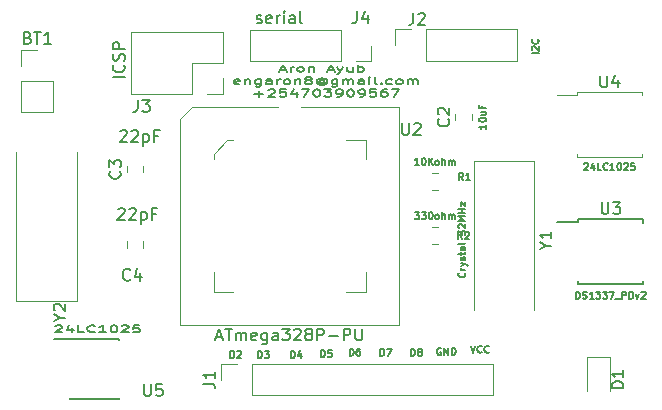
<source format=gto>
G04 #@! TF.GenerationSoftware,KiCad,Pcbnew,(5.1.5)-3*
G04 #@! TF.CreationDate,2020-12-01T08:40:21+03:00*
G04 #@! TF.ProjectId,project3_2layer,70726f6a-6563-4743-935f-326c61796572,1*
G04 #@! TF.SameCoordinates,Original*
G04 #@! TF.FileFunction,Legend,Top*
G04 #@! TF.FilePolarity,Positive*
%FSLAX46Y46*%
G04 Gerber Fmt 4.6, Leading zero omitted, Abs format (unit mm)*
G04 Created by KiCad (PCBNEW (5.1.5)-3) date 2020-12-01 08:40:21*
%MOMM*%
%LPD*%
G04 APERTURE LIST*
%ADD10C,0.150000*%
%ADD11C,0.120000*%
%ADD12C,0.100000*%
G04 APERTURE END LIST*
D10*
X117546928Y-126050000D02*
X118023119Y-126050000D01*
X117451690Y-126221428D02*
X117785023Y-125621428D01*
X118118357Y-126221428D01*
X118451690Y-126221428D02*
X118451690Y-125821428D01*
X118451690Y-125935714D02*
X118499309Y-125878571D01*
X118546928Y-125850000D01*
X118642166Y-125821428D01*
X118737404Y-125821428D01*
X119213595Y-126221428D02*
X119118357Y-126192857D01*
X119070738Y-126164285D01*
X119023119Y-126107142D01*
X119023119Y-125935714D01*
X119070738Y-125878571D01*
X119118357Y-125850000D01*
X119213595Y-125821428D01*
X119356452Y-125821428D01*
X119451690Y-125850000D01*
X119499309Y-125878571D01*
X119546928Y-125935714D01*
X119546928Y-126107142D01*
X119499309Y-126164285D01*
X119451690Y-126192857D01*
X119356452Y-126221428D01*
X119213595Y-126221428D01*
X119975500Y-125821428D02*
X119975500Y-126221428D01*
X119975500Y-125878571D02*
X120023119Y-125850000D01*
X120118357Y-125821428D01*
X120261214Y-125821428D01*
X120356452Y-125850000D01*
X120404071Y-125907142D01*
X120404071Y-126221428D01*
X121594547Y-126050000D02*
X122070738Y-126050000D01*
X121499309Y-126221428D02*
X121832642Y-125621428D01*
X122165976Y-126221428D01*
X122404071Y-125821428D02*
X122642166Y-126221428D01*
X122880261Y-125821428D02*
X122642166Y-126221428D01*
X122546928Y-126364285D01*
X122499309Y-126392857D01*
X122404071Y-126421428D01*
X123689785Y-125821428D02*
X123689785Y-126221428D01*
X123261214Y-125821428D02*
X123261214Y-126135714D01*
X123308833Y-126192857D01*
X123404071Y-126221428D01*
X123546928Y-126221428D01*
X123642166Y-126192857D01*
X123689785Y-126164285D01*
X124165976Y-126221428D02*
X124165976Y-125621428D01*
X124165976Y-125850000D02*
X124261214Y-125821428D01*
X124451690Y-125821428D01*
X124546928Y-125850000D01*
X124594547Y-125878571D01*
X124642166Y-125935714D01*
X124642166Y-126107142D01*
X124594547Y-126164285D01*
X124546928Y-126192857D01*
X124451690Y-126221428D01*
X124261214Y-126221428D01*
X124165976Y-126192857D01*
X114118357Y-127242857D02*
X114023119Y-127271428D01*
X113832642Y-127271428D01*
X113737404Y-127242857D01*
X113689785Y-127185714D01*
X113689785Y-126957142D01*
X113737404Y-126900000D01*
X113832642Y-126871428D01*
X114023119Y-126871428D01*
X114118357Y-126900000D01*
X114165976Y-126957142D01*
X114165976Y-127014285D01*
X113689785Y-127071428D01*
X114594547Y-126871428D02*
X114594547Y-127271428D01*
X114594547Y-126928571D02*
X114642166Y-126900000D01*
X114737404Y-126871428D01*
X114880261Y-126871428D01*
X114975500Y-126900000D01*
X115023119Y-126957142D01*
X115023119Y-127271428D01*
X115927880Y-126871428D02*
X115927880Y-127357142D01*
X115880261Y-127414285D01*
X115832642Y-127442857D01*
X115737404Y-127471428D01*
X115594547Y-127471428D01*
X115499309Y-127442857D01*
X115927880Y-127242857D02*
X115832642Y-127271428D01*
X115642166Y-127271428D01*
X115546928Y-127242857D01*
X115499309Y-127214285D01*
X115451690Y-127157142D01*
X115451690Y-126985714D01*
X115499309Y-126928571D01*
X115546928Y-126900000D01*
X115642166Y-126871428D01*
X115832642Y-126871428D01*
X115927880Y-126900000D01*
X116832642Y-127271428D02*
X116832642Y-126957142D01*
X116785023Y-126900000D01*
X116689785Y-126871428D01*
X116499309Y-126871428D01*
X116404071Y-126900000D01*
X116832642Y-127242857D02*
X116737404Y-127271428D01*
X116499309Y-127271428D01*
X116404071Y-127242857D01*
X116356452Y-127185714D01*
X116356452Y-127128571D01*
X116404071Y-127071428D01*
X116499309Y-127042857D01*
X116737404Y-127042857D01*
X116832642Y-127014285D01*
X117308833Y-127271428D02*
X117308833Y-126871428D01*
X117308833Y-126985714D02*
X117356452Y-126928571D01*
X117404071Y-126900000D01*
X117499309Y-126871428D01*
X117594547Y-126871428D01*
X118070738Y-127271428D02*
X117975500Y-127242857D01*
X117927880Y-127214285D01*
X117880261Y-127157142D01*
X117880261Y-126985714D01*
X117927880Y-126928571D01*
X117975500Y-126900000D01*
X118070738Y-126871428D01*
X118213595Y-126871428D01*
X118308833Y-126900000D01*
X118356452Y-126928571D01*
X118404071Y-126985714D01*
X118404071Y-127157142D01*
X118356452Y-127214285D01*
X118308833Y-127242857D01*
X118213595Y-127271428D01*
X118070738Y-127271428D01*
X118832642Y-126871428D02*
X118832642Y-127271428D01*
X118832642Y-126928571D02*
X118880261Y-126900000D01*
X118975500Y-126871428D01*
X119118357Y-126871428D01*
X119213595Y-126900000D01*
X119261214Y-126957142D01*
X119261214Y-127271428D01*
X119880261Y-126928571D02*
X119785023Y-126900000D01*
X119737404Y-126871428D01*
X119689785Y-126814285D01*
X119689785Y-126785714D01*
X119737404Y-126728571D01*
X119785023Y-126700000D01*
X119880261Y-126671428D01*
X120070738Y-126671428D01*
X120165976Y-126700000D01*
X120213595Y-126728571D01*
X120261214Y-126785714D01*
X120261214Y-126814285D01*
X120213595Y-126871428D01*
X120165976Y-126900000D01*
X120070738Y-126928571D01*
X119880261Y-126928571D01*
X119785023Y-126957142D01*
X119737404Y-126985714D01*
X119689785Y-127042857D01*
X119689785Y-127157142D01*
X119737404Y-127214285D01*
X119785023Y-127242857D01*
X119880261Y-127271428D01*
X120070738Y-127271428D01*
X120165976Y-127242857D01*
X120213595Y-127214285D01*
X120261214Y-127157142D01*
X120261214Y-127042857D01*
X120213595Y-126985714D01*
X120165976Y-126957142D01*
X120070738Y-126928571D01*
X121308833Y-126985714D02*
X121261214Y-126957142D01*
X121165976Y-126928571D01*
X121070738Y-126928571D01*
X120975500Y-126957142D01*
X120927880Y-126985714D01*
X120880261Y-127042857D01*
X120880261Y-127100000D01*
X120927880Y-127157142D01*
X120975500Y-127185714D01*
X121070738Y-127214285D01*
X121165976Y-127214285D01*
X121261214Y-127185714D01*
X121308833Y-127157142D01*
X121308833Y-126928571D02*
X121308833Y-127157142D01*
X121356452Y-127185714D01*
X121404071Y-127185714D01*
X121499309Y-127157142D01*
X121546928Y-127100000D01*
X121546928Y-126957142D01*
X121451690Y-126871428D01*
X121308833Y-126814285D01*
X121118357Y-126785714D01*
X120927880Y-126814285D01*
X120785023Y-126871428D01*
X120689785Y-126957142D01*
X120642166Y-127071428D01*
X120689785Y-127185714D01*
X120785023Y-127271428D01*
X120927880Y-127328571D01*
X121118357Y-127357142D01*
X121308833Y-127328571D01*
X121451690Y-127271428D01*
X122404071Y-126871428D02*
X122404071Y-127357142D01*
X122356452Y-127414285D01*
X122308833Y-127442857D01*
X122213595Y-127471428D01*
X122070738Y-127471428D01*
X121975500Y-127442857D01*
X122404071Y-127242857D02*
X122308833Y-127271428D01*
X122118357Y-127271428D01*
X122023119Y-127242857D01*
X121975500Y-127214285D01*
X121927880Y-127157142D01*
X121927880Y-126985714D01*
X121975500Y-126928571D01*
X122023119Y-126900000D01*
X122118357Y-126871428D01*
X122308833Y-126871428D01*
X122404071Y-126900000D01*
X122880261Y-127271428D02*
X122880261Y-126871428D01*
X122880261Y-126928571D02*
X122927880Y-126900000D01*
X123023119Y-126871428D01*
X123165976Y-126871428D01*
X123261214Y-126900000D01*
X123308833Y-126957142D01*
X123308833Y-127271428D01*
X123308833Y-126957142D02*
X123356452Y-126900000D01*
X123451690Y-126871428D01*
X123594547Y-126871428D01*
X123689785Y-126900000D01*
X123737404Y-126957142D01*
X123737404Y-127271428D01*
X124642166Y-127271428D02*
X124642166Y-126957142D01*
X124594547Y-126900000D01*
X124499309Y-126871428D01*
X124308833Y-126871428D01*
X124213595Y-126900000D01*
X124642166Y-127242857D02*
X124546928Y-127271428D01*
X124308833Y-127271428D01*
X124213595Y-127242857D01*
X124165976Y-127185714D01*
X124165976Y-127128571D01*
X124213595Y-127071428D01*
X124308833Y-127042857D01*
X124546928Y-127042857D01*
X124642166Y-127014285D01*
X125118357Y-127271428D02*
X125118357Y-126871428D01*
X125118357Y-126671428D02*
X125070738Y-126700000D01*
X125118357Y-126728571D01*
X125165976Y-126700000D01*
X125118357Y-126671428D01*
X125118357Y-126728571D01*
X125737404Y-127271428D02*
X125642166Y-127242857D01*
X125594547Y-127185714D01*
X125594547Y-126671428D01*
X126118357Y-127214285D02*
X126165976Y-127242857D01*
X126118357Y-127271428D01*
X126070738Y-127242857D01*
X126118357Y-127214285D01*
X126118357Y-127271428D01*
X127023119Y-127242857D02*
X126927880Y-127271428D01*
X126737404Y-127271428D01*
X126642166Y-127242857D01*
X126594547Y-127214285D01*
X126546928Y-127157142D01*
X126546928Y-126985714D01*
X126594547Y-126928571D01*
X126642166Y-126900000D01*
X126737404Y-126871428D01*
X126927880Y-126871428D01*
X127023119Y-126900000D01*
X127594547Y-127271428D02*
X127499309Y-127242857D01*
X127451690Y-127214285D01*
X127404071Y-127157142D01*
X127404071Y-126985714D01*
X127451690Y-126928571D01*
X127499309Y-126900000D01*
X127594547Y-126871428D01*
X127737404Y-126871428D01*
X127832642Y-126900000D01*
X127880261Y-126928571D01*
X127927880Y-126985714D01*
X127927880Y-127157142D01*
X127880261Y-127214285D01*
X127832642Y-127242857D01*
X127737404Y-127271428D01*
X127594547Y-127271428D01*
X128356452Y-127271428D02*
X128356452Y-126871428D01*
X128356452Y-126928571D02*
X128404071Y-126900000D01*
X128499309Y-126871428D01*
X128642166Y-126871428D01*
X128737404Y-126900000D01*
X128785023Y-126957142D01*
X128785023Y-127271428D01*
X128785023Y-126957142D02*
X128832642Y-126900000D01*
X128927880Y-126871428D01*
X129070738Y-126871428D01*
X129165976Y-126900000D01*
X129213595Y-126957142D01*
X129213595Y-127271428D01*
X115380261Y-128092857D02*
X116142166Y-128092857D01*
X115761214Y-128321428D02*
X115761214Y-127864285D01*
X116570738Y-127778571D02*
X116618357Y-127750000D01*
X116713595Y-127721428D01*
X116951690Y-127721428D01*
X117046928Y-127750000D01*
X117094547Y-127778571D01*
X117142166Y-127835714D01*
X117142166Y-127892857D01*
X117094547Y-127978571D01*
X116523119Y-128321428D01*
X117142166Y-128321428D01*
X118046928Y-127721428D02*
X117570738Y-127721428D01*
X117523119Y-128007142D01*
X117570738Y-127978571D01*
X117665976Y-127950000D01*
X117904071Y-127950000D01*
X117999309Y-127978571D01*
X118046928Y-128007142D01*
X118094547Y-128064285D01*
X118094547Y-128207142D01*
X118046928Y-128264285D01*
X117999309Y-128292857D01*
X117904071Y-128321428D01*
X117665976Y-128321428D01*
X117570738Y-128292857D01*
X117523119Y-128264285D01*
X118951690Y-127921428D02*
X118951690Y-128321428D01*
X118713595Y-127692857D02*
X118475500Y-128121428D01*
X119094547Y-128121428D01*
X119380261Y-127721428D02*
X120046928Y-127721428D01*
X119618357Y-128321428D01*
X120618357Y-127721428D02*
X120713595Y-127721428D01*
X120808833Y-127750000D01*
X120856452Y-127778571D01*
X120904071Y-127835714D01*
X120951690Y-127950000D01*
X120951690Y-128092857D01*
X120904071Y-128207142D01*
X120856452Y-128264285D01*
X120808833Y-128292857D01*
X120713595Y-128321428D01*
X120618357Y-128321428D01*
X120523119Y-128292857D01*
X120475500Y-128264285D01*
X120427880Y-128207142D01*
X120380261Y-128092857D01*
X120380261Y-127950000D01*
X120427880Y-127835714D01*
X120475500Y-127778571D01*
X120523119Y-127750000D01*
X120618357Y-127721428D01*
X121285023Y-127721428D02*
X121904071Y-127721428D01*
X121570738Y-127950000D01*
X121713595Y-127950000D01*
X121808833Y-127978571D01*
X121856452Y-128007142D01*
X121904071Y-128064285D01*
X121904071Y-128207142D01*
X121856452Y-128264285D01*
X121808833Y-128292857D01*
X121713595Y-128321428D01*
X121427880Y-128321428D01*
X121332642Y-128292857D01*
X121285023Y-128264285D01*
X122380261Y-128321428D02*
X122570738Y-128321428D01*
X122665976Y-128292857D01*
X122713595Y-128264285D01*
X122808833Y-128178571D01*
X122856452Y-128064285D01*
X122856452Y-127835714D01*
X122808833Y-127778571D01*
X122761214Y-127750000D01*
X122665976Y-127721428D01*
X122475500Y-127721428D01*
X122380261Y-127750000D01*
X122332642Y-127778571D01*
X122285023Y-127835714D01*
X122285023Y-127978571D01*
X122332642Y-128035714D01*
X122380261Y-128064285D01*
X122475500Y-128092857D01*
X122665976Y-128092857D01*
X122761214Y-128064285D01*
X122808833Y-128035714D01*
X122856452Y-127978571D01*
X123475500Y-127721428D02*
X123570738Y-127721428D01*
X123665976Y-127750000D01*
X123713595Y-127778571D01*
X123761214Y-127835714D01*
X123808833Y-127950000D01*
X123808833Y-128092857D01*
X123761214Y-128207142D01*
X123713595Y-128264285D01*
X123665976Y-128292857D01*
X123570738Y-128321428D01*
X123475500Y-128321428D01*
X123380261Y-128292857D01*
X123332642Y-128264285D01*
X123285023Y-128207142D01*
X123237404Y-128092857D01*
X123237404Y-127950000D01*
X123285023Y-127835714D01*
X123332642Y-127778571D01*
X123380261Y-127750000D01*
X123475500Y-127721428D01*
X124285023Y-128321428D02*
X124475500Y-128321428D01*
X124570738Y-128292857D01*
X124618357Y-128264285D01*
X124713595Y-128178571D01*
X124761214Y-128064285D01*
X124761214Y-127835714D01*
X124713595Y-127778571D01*
X124665976Y-127750000D01*
X124570738Y-127721428D01*
X124380261Y-127721428D01*
X124285023Y-127750000D01*
X124237404Y-127778571D01*
X124189785Y-127835714D01*
X124189785Y-127978571D01*
X124237404Y-128035714D01*
X124285023Y-128064285D01*
X124380261Y-128092857D01*
X124570738Y-128092857D01*
X124665976Y-128064285D01*
X124713595Y-128035714D01*
X124761214Y-127978571D01*
X125665976Y-127721428D02*
X125189785Y-127721428D01*
X125142166Y-128007142D01*
X125189785Y-127978571D01*
X125285023Y-127950000D01*
X125523119Y-127950000D01*
X125618357Y-127978571D01*
X125665976Y-128007142D01*
X125713595Y-128064285D01*
X125713595Y-128207142D01*
X125665976Y-128264285D01*
X125618357Y-128292857D01*
X125523119Y-128321428D01*
X125285023Y-128321428D01*
X125189785Y-128292857D01*
X125142166Y-128264285D01*
X126570738Y-127721428D02*
X126380261Y-127721428D01*
X126285023Y-127750000D01*
X126237404Y-127778571D01*
X126142166Y-127864285D01*
X126094547Y-127978571D01*
X126094547Y-128207142D01*
X126142166Y-128264285D01*
X126189785Y-128292857D01*
X126285023Y-128321428D01*
X126475500Y-128321428D01*
X126570738Y-128292857D01*
X126618357Y-128264285D01*
X126665976Y-128207142D01*
X126665976Y-128064285D01*
X126618357Y-128007142D01*
X126570738Y-127978571D01*
X126475500Y-127950000D01*
X126285023Y-127950000D01*
X126189785Y-127978571D01*
X126142166Y-128007142D01*
X126094547Y-128064285D01*
X126999309Y-127721428D02*
X127665976Y-127721428D01*
X127237404Y-128321428D01*
X133693000Y-149404428D02*
X133893000Y-150004428D01*
X134093000Y-149404428D01*
X134635857Y-149947285D02*
X134607285Y-149975857D01*
X134521571Y-150004428D01*
X134464428Y-150004428D01*
X134378714Y-149975857D01*
X134321571Y-149918714D01*
X134293000Y-149861571D01*
X134264428Y-149747285D01*
X134264428Y-149661571D01*
X134293000Y-149547285D01*
X134321571Y-149490142D01*
X134378714Y-149433000D01*
X134464428Y-149404428D01*
X134521571Y-149404428D01*
X134607285Y-149433000D01*
X134635857Y-149461571D01*
X135235857Y-149947285D02*
X135207285Y-149975857D01*
X135121571Y-150004428D01*
X135064428Y-150004428D01*
X134978714Y-149975857D01*
X134921571Y-149918714D01*
X134893000Y-149861571D01*
X134864428Y-149747285D01*
X134864428Y-149661571D01*
X134893000Y-149547285D01*
X134921571Y-149490142D01*
X134978714Y-149433000D01*
X135064428Y-149404428D01*
X135121571Y-149404428D01*
X135207285Y-149433000D01*
X135235857Y-149461571D01*
X131178357Y-149623500D02*
X131121214Y-149594928D01*
X131035500Y-149594928D01*
X130949785Y-149623500D01*
X130892642Y-149680642D01*
X130864071Y-149737785D01*
X130835500Y-149852071D01*
X130835500Y-149937785D01*
X130864071Y-150052071D01*
X130892642Y-150109214D01*
X130949785Y-150166357D01*
X131035500Y-150194928D01*
X131092642Y-150194928D01*
X131178357Y-150166357D01*
X131206928Y-150137785D01*
X131206928Y-149937785D01*
X131092642Y-149937785D01*
X131464071Y-150194928D02*
X131464071Y-149594928D01*
X131806928Y-150194928D01*
X131806928Y-149594928D01*
X132092642Y-150194928D02*
X132092642Y-149594928D01*
X132235500Y-149594928D01*
X132321214Y-149623500D01*
X132378357Y-149680642D01*
X132406928Y-149737785D01*
X132435500Y-149852071D01*
X132435500Y-149937785D01*
X132406928Y-150052071D01*
X132378357Y-150109214D01*
X132321214Y-150166357D01*
X132235500Y-150194928D01*
X132092642Y-150194928D01*
X128652642Y-150258428D02*
X128652642Y-149658428D01*
X128795500Y-149658428D01*
X128881214Y-149687000D01*
X128938357Y-149744142D01*
X128966928Y-149801285D01*
X128995500Y-149915571D01*
X128995500Y-150001285D01*
X128966928Y-150115571D01*
X128938357Y-150172714D01*
X128881214Y-150229857D01*
X128795500Y-150258428D01*
X128652642Y-150258428D01*
X129338357Y-149915571D02*
X129281214Y-149887000D01*
X129252642Y-149858428D01*
X129224071Y-149801285D01*
X129224071Y-149772714D01*
X129252642Y-149715571D01*
X129281214Y-149687000D01*
X129338357Y-149658428D01*
X129452642Y-149658428D01*
X129509785Y-149687000D01*
X129538357Y-149715571D01*
X129566928Y-149772714D01*
X129566928Y-149801285D01*
X129538357Y-149858428D01*
X129509785Y-149887000D01*
X129452642Y-149915571D01*
X129338357Y-149915571D01*
X129281214Y-149944142D01*
X129252642Y-149972714D01*
X129224071Y-150029857D01*
X129224071Y-150144142D01*
X129252642Y-150201285D01*
X129281214Y-150229857D01*
X129338357Y-150258428D01*
X129452642Y-150258428D01*
X129509785Y-150229857D01*
X129538357Y-150201285D01*
X129566928Y-150144142D01*
X129566928Y-150029857D01*
X129538357Y-149972714D01*
X129509785Y-149944142D01*
X129452642Y-149915571D01*
X126049142Y-150258428D02*
X126049142Y-149658428D01*
X126192000Y-149658428D01*
X126277714Y-149687000D01*
X126334857Y-149744142D01*
X126363428Y-149801285D01*
X126392000Y-149915571D01*
X126392000Y-150001285D01*
X126363428Y-150115571D01*
X126334857Y-150172714D01*
X126277714Y-150229857D01*
X126192000Y-150258428D01*
X126049142Y-150258428D01*
X126592000Y-149658428D02*
X126992000Y-149658428D01*
X126734857Y-150258428D01*
X123445642Y-150258428D02*
X123445642Y-149658428D01*
X123588500Y-149658428D01*
X123674214Y-149687000D01*
X123731357Y-149744142D01*
X123759928Y-149801285D01*
X123788500Y-149915571D01*
X123788500Y-150001285D01*
X123759928Y-150115571D01*
X123731357Y-150172714D01*
X123674214Y-150229857D01*
X123588500Y-150258428D01*
X123445642Y-150258428D01*
X124302785Y-149658428D02*
X124188500Y-149658428D01*
X124131357Y-149687000D01*
X124102785Y-149715571D01*
X124045642Y-149801285D01*
X124017071Y-149915571D01*
X124017071Y-150144142D01*
X124045642Y-150201285D01*
X124074214Y-150229857D01*
X124131357Y-150258428D01*
X124245642Y-150258428D01*
X124302785Y-150229857D01*
X124331357Y-150201285D01*
X124359928Y-150144142D01*
X124359928Y-150001285D01*
X124331357Y-149944142D01*
X124302785Y-149915571D01*
X124245642Y-149887000D01*
X124131357Y-149887000D01*
X124074214Y-149915571D01*
X124045642Y-149944142D01*
X124017071Y-150001285D01*
X121032642Y-150385428D02*
X121032642Y-149785428D01*
X121175500Y-149785428D01*
X121261214Y-149814000D01*
X121318357Y-149871142D01*
X121346928Y-149928285D01*
X121375500Y-150042571D01*
X121375500Y-150128285D01*
X121346928Y-150242571D01*
X121318357Y-150299714D01*
X121261214Y-150356857D01*
X121175500Y-150385428D01*
X121032642Y-150385428D01*
X121918357Y-149785428D02*
X121632642Y-149785428D01*
X121604071Y-150071142D01*
X121632642Y-150042571D01*
X121689785Y-150014000D01*
X121832642Y-150014000D01*
X121889785Y-150042571D01*
X121918357Y-150071142D01*
X121946928Y-150128285D01*
X121946928Y-150271142D01*
X121918357Y-150328285D01*
X121889785Y-150356857D01*
X121832642Y-150385428D01*
X121689785Y-150385428D01*
X121632642Y-150356857D01*
X121604071Y-150328285D01*
X118492642Y-150448928D02*
X118492642Y-149848928D01*
X118635500Y-149848928D01*
X118721214Y-149877500D01*
X118778357Y-149934642D01*
X118806928Y-149991785D01*
X118835500Y-150106071D01*
X118835500Y-150191785D01*
X118806928Y-150306071D01*
X118778357Y-150363214D01*
X118721214Y-150420357D01*
X118635500Y-150448928D01*
X118492642Y-150448928D01*
X119349785Y-150048928D02*
X119349785Y-150448928D01*
X119206928Y-149820357D02*
X119064071Y-150248928D01*
X119435500Y-150248928D01*
X115698642Y-150448928D02*
X115698642Y-149848928D01*
X115841500Y-149848928D01*
X115927214Y-149877500D01*
X115984357Y-149934642D01*
X116012928Y-149991785D01*
X116041500Y-150106071D01*
X116041500Y-150191785D01*
X116012928Y-150306071D01*
X115984357Y-150363214D01*
X115927214Y-150420357D01*
X115841500Y-150448928D01*
X115698642Y-150448928D01*
X116241500Y-149848928D02*
X116612928Y-149848928D01*
X116412928Y-150077500D01*
X116498642Y-150077500D01*
X116555785Y-150106071D01*
X116584357Y-150134642D01*
X116612928Y-150191785D01*
X116612928Y-150334642D01*
X116584357Y-150391785D01*
X116555785Y-150420357D01*
X116498642Y-150448928D01*
X116327214Y-150448928D01*
X116270071Y-150420357D01*
X116241500Y-150391785D01*
X113349142Y-150448928D02*
X113349142Y-149848928D01*
X113492000Y-149848928D01*
X113577714Y-149877500D01*
X113634857Y-149934642D01*
X113663428Y-149991785D01*
X113692000Y-150106071D01*
X113692000Y-150191785D01*
X113663428Y-150306071D01*
X113634857Y-150363214D01*
X113577714Y-150420357D01*
X113492000Y-150448928D01*
X113349142Y-150448928D01*
X113920571Y-149906071D02*
X113949142Y-149877500D01*
X114006285Y-149848928D01*
X114149142Y-149848928D01*
X114206285Y-149877500D01*
X114234857Y-149906071D01*
X114263428Y-149963214D01*
X114263428Y-150020357D01*
X114234857Y-150106071D01*
X113892000Y-150448928D01*
X114263428Y-150448928D01*
D11*
X112709000Y-126746000D02*
X112709000Y-128076000D01*
X112709000Y-128076000D02*
X111379000Y-128076000D01*
X112709000Y-125476000D02*
X110109000Y-125476000D01*
X110109000Y-125476000D02*
X110109000Y-128076000D01*
X110109000Y-128076000D02*
X104969000Y-128076000D01*
X104969000Y-122876000D02*
X104969000Y-128076000D01*
X112709000Y-122876000D02*
X104969000Y-122876000D01*
X112709000Y-122876000D02*
X112709000Y-125476000D01*
X125282000Y-124002000D02*
X125282000Y-125332000D01*
X125282000Y-125332000D02*
X123952000Y-125332000D01*
X122682000Y-125332000D02*
X115002000Y-125332000D01*
X115002000Y-122672000D02*
X115002000Y-125332000D01*
X122682000Y-122672000D02*
X115002000Y-122672000D01*
X122682000Y-122672000D02*
X122682000Y-125332000D01*
X127321000Y-123952000D02*
X127321000Y-122622000D01*
X127321000Y-122622000D02*
X128651000Y-122622000D01*
X129921000Y-122622000D02*
X137601000Y-122622000D01*
X137601000Y-125282000D02*
X137601000Y-122622000D01*
X129921000Y-125282000D02*
X137601000Y-125282000D01*
X129921000Y-125282000D02*
X129921000Y-122622000D01*
X112580000Y-152284000D02*
X112580000Y-150954000D01*
X112580000Y-150954000D02*
X113910000Y-150954000D01*
X115180000Y-150954000D02*
X135560000Y-150954000D01*
X135560000Y-153614000D02*
X135560000Y-150954000D01*
X115180000Y-153614000D02*
X135560000Y-153614000D01*
X115180000Y-153614000D02*
X115180000Y-150954000D01*
X100340000Y-145638000D02*
X100340000Y-133038000D01*
X95240000Y-145638000D02*
X100340000Y-145638000D01*
X95240000Y-133038000D02*
X95240000Y-145638000D01*
X133975000Y-133762000D02*
X133975000Y-146362000D01*
X139075000Y-133762000D02*
X133975000Y-133762000D01*
X139075000Y-146362000D02*
X139075000Y-133762000D01*
D10*
X99779000Y-148809000D02*
X99779000Y-148859000D01*
X103929000Y-148809000D02*
X103929000Y-148954000D01*
X103929000Y-153959000D02*
X103929000Y-153814000D01*
X99779000Y-153959000D02*
X99779000Y-153814000D01*
X99779000Y-148809000D02*
X103929000Y-148809000D01*
X99779000Y-153959000D02*
X103929000Y-153959000D01*
X99779000Y-148859000D02*
X98379000Y-148859000D01*
D11*
X142694500Y-128218000D02*
X141042000Y-128218000D01*
X142694500Y-127935500D02*
X142694500Y-128218000D01*
X145442000Y-127935500D02*
X142694500Y-127935500D01*
X148189500Y-127935500D02*
X148189500Y-128218000D01*
X145442000Y-127935500D02*
X148189500Y-127935500D01*
X142694500Y-133430500D02*
X142694500Y-133148000D01*
X145442000Y-133430500D02*
X142694500Y-133430500D01*
X148189500Y-133430500D02*
X148189500Y-133148000D01*
X145442000Y-133430500D02*
X148189500Y-133430500D01*
D10*
X142792000Y-138928000D02*
X141042000Y-138928000D01*
X142792000Y-144233000D02*
X148292000Y-144233000D01*
X142792000Y-138723000D02*
X148292000Y-138723000D01*
X142792000Y-144233000D02*
X142792000Y-143933000D01*
X148292000Y-144233000D02*
X148292000Y-143933000D01*
X148292000Y-138723000D02*
X148292000Y-139023000D01*
X142792000Y-138723000D02*
X142792000Y-138928000D01*
D12*
X124799000Y-144865000D02*
X124799000Y-143215000D01*
X123149000Y-144865000D02*
X124799000Y-144865000D01*
X111929000Y-144865000D02*
X111929000Y-143215000D01*
X113579000Y-144865000D02*
X111929000Y-144865000D01*
X124799000Y-131995000D02*
X124799000Y-133645000D01*
X123149000Y-131995000D02*
X124799000Y-131995000D01*
X111929000Y-133145000D02*
X111929000Y-133645000D01*
X113079000Y-131995000D02*
X111929000Y-133145000D01*
X113579000Y-131995000D02*
X113079000Y-131995000D01*
D11*
X127604000Y-129190000D02*
X119364000Y-129190000D01*
X127604000Y-147670000D02*
X127604000Y-129190000D01*
X109124000Y-147670000D02*
X127604000Y-147670000D01*
X109124000Y-130190000D02*
X109124000Y-147670000D01*
X110124000Y-129190000D02*
X109124000Y-130190000D01*
X117364000Y-129190000D02*
X110124000Y-129190000D01*
X130399748Y-140791000D02*
X130922252Y-140791000D01*
X130399748Y-139371000D02*
X130922252Y-139371000D01*
X130922252Y-134799000D02*
X130399748Y-134799000D01*
X130922252Y-136219000D02*
X130399748Y-136219000D01*
X145486000Y-153273000D02*
X145486000Y-150413000D01*
X145486000Y-150413000D02*
X143566000Y-150413000D01*
X143566000Y-150413000D02*
X143566000Y-153273000D01*
X104573000Y-140581748D02*
X104573000Y-141104252D01*
X105993000Y-140581748D02*
X105993000Y-141104252D01*
X105993000Y-134745252D02*
X105993000Y-134222748D01*
X104573000Y-134745252D02*
X104573000Y-134222748D01*
X133795000Y-130309252D02*
X133795000Y-129786748D01*
X132375000Y-130309252D02*
X132375000Y-129786748D01*
X95660000Y-124400000D02*
X96990000Y-124400000D01*
X95660000Y-125730000D02*
X95660000Y-124400000D01*
X95660000Y-127000000D02*
X98320000Y-127000000D01*
X98320000Y-127000000D02*
X98320000Y-129600000D01*
X95660000Y-127000000D02*
X95660000Y-129600000D01*
X95660000Y-129600000D02*
X98320000Y-129600000D01*
D10*
X105521166Y-128611380D02*
X105521166Y-129325666D01*
X105473547Y-129468523D01*
X105378309Y-129563761D01*
X105235452Y-129611380D01*
X105140214Y-129611380D01*
X105902119Y-128611380D02*
X106521166Y-128611380D01*
X106187833Y-128992333D01*
X106330690Y-128992333D01*
X106425928Y-129039952D01*
X106473547Y-129087571D01*
X106521166Y-129182809D01*
X106521166Y-129420904D01*
X106473547Y-129516142D01*
X106425928Y-129563761D01*
X106330690Y-129611380D01*
X106044976Y-129611380D01*
X105949738Y-129563761D01*
X105902119Y-129516142D01*
X104401880Y-126698190D02*
X103401880Y-126698190D01*
X104306642Y-125650571D02*
X104354261Y-125698190D01*
X104401880Y-125841047D01*
X104401880Y-125936285D01*
X104354261Y-126079142D01*
X104259023Y-126174380D01*
X104163785Y-126222000D01*
X103973309Y-126269619D01*
X103830452Y-126269619D01*
X103639976Y-126222000D01*
X103544738Y-126174380D01*
X103449500Y-126079142D01*
X103401880Y-125936285D01*
X103401880Y-125841047D01*
X103449500Y-125698190D01*
X103497119Y-125650571D01*
X104354261Y-125269619D02*
X104401880Y-125126761D01*
X104401880Y-124888666D01*
X104354261Y-124793428D01*
X104306642Y-124745809D01*
X104211404Y-124698190D01*
X104116166Y-124698190D01*
X104020928Y-124745809D01*
X103973309Y-124793428D01*
X103925690Y-124888666D01*
X103878071Y-125079142D01*
X103830452Y-125174380D01*
X103782833Y-125222000D01*
X103687595Y-125269619D01*
X103592357Y-125269619D01*
X103497119Y-125222000D01*
X103449500Y-125174380D01*
X103401880Y-125079142D01*
X103401880Y-124841047D01*
X103449500Y-124698190D01*
X104401880Y-124269619D02*
X103401880Y-124269619D01*
X103401880Y-123888666D01*
X103449500Y-123793428D01*
X103497119Y-123745809D01*
X103592357Y-123698190D01*
X103735214Y-123698190D01*
X103830452Y-123745809D01*
X103878071Y-123793428D01*
X103925690Y-123888666D01*
X103925690Y-124269619D01*
X124063166Y-121118380D02*
X124063166Y-121832666D01*
X124015547Y-121975523D01*
X123920309Y-122070761D01*
X123777452Y-122118380D01*
X123682214Y-122118380D01*
X124967928Y-121451714D02*
X124967928Y-122118380D01*
X124729833Y-121070761D02*
X124491738Y-121785047D01*
X125110785Y-121785047D01*
X115570238Y-122070761D02*
X115665476Y-122118380D01*
X115855952Y-122118380D01*
X115951190Y-122070761D01*
X115998809Y-121975523D01*
X115998809Y-121927904D01*
X115951190Y-121832666D01*
X115855952Y-121785047D01*
X115713095Y-121785047D01*
X115617857Y-121737428D01*
X115570238Y-121642190D01*
X115570238Y-121594571D01*
X115617857Y-121499333D01*
X115713095Y-121451714D01*
X115855952Y-121451714D01*
X115951190Y-121499333D01*
X116808333Y-122070761D02*
X116713095Y-122118380D01*
X116522619Y-122118380D01*
X116427380Y-122070761D01*
X116379761Y-121975523D01*
X116379761Y-121594571D01*
X116427380Y-121499333D01*
X116522619Y-121451714D01*
X116713095Y-121451714D01*
X116808333Y-121499333D01*
X116855952Y-121594571D01*
X116855952Y-121689809D01*
X116379761Y-121785047D01*
X117284523Y-122118380D02*
X117284523Y-121451714D01*
X117284523Y-121642190D02*
X117332142Y-121546952D01*
X117379761Y-121499333D01*
X117475000Y-121451714D01*
X117570238Y-121451714D01*
X117903571Y-122118380D02*
X117903571Y-121451714D01*
X117903571Y-121118380D02*
X117855952Y-121166000D01*
X117903571Y-121213619D01*
X117951190Y-121166000D01*
X117903571Y-121118380D01*
X117903571Y-121213619D01*
X118808333Y-122118380D02*
X118808333Y-121594571D01*
X118760714Y-121499333D01*
X118665476Y-121451714D01*
X118475000Y-121451714D01*
X118379761Y-121499333D01*
X118808333Y-122070761D02*
X118713095Y-122118380D01*
X118475000Y-122118380D01*
X118379761Y-122070761D01*
X118332142Y-121975523D01*
X118332142Y-121880285D01*
X118379761Y-121785047D01*
X118475000Y-121737428D01*
X118713095Y-121737428D01*
X118808333Y-121689809D01*
X119427380Y-122118380D02*
X119332142Y-122070761D01*
X119284523Y-121975523D01*
X119284523Y-121118380D01*
X128825666Y-121245380D02*
X128825666Y-121959666D01*
X128778047Y-122102523D01*
X128682809Y-122197761D01*
X128539952Y-122245380D01*
X128444714Y-122245380D01*
X129254238Y-121340619D02*
X129301857Y-121293000D01*
X129397095Y-121245380D01*
X129635190Y-121245380D01*
X129730428Y-121293000D01*
X129778047Y-121340619D01*
X129825666Y-121435857D01*
X129825666Y-121531095D01*
X129778047Y-121673952D01*
X129206619Y-122245380D01*
X129825666Y-122245380D01*
X139463428Y-124664714D02*
X138863428Y-124664714D01*
X138920571Y-124407571D02*
X138892000Y-124379000D01*
X138863428Y-124321857D01*
X138863428Y-124179000D01*
X138892000Y-124121857D01*
X138920571Y-124093285D01*
X138977714Y-124064714D01*
X139034857Y-124064714D01*
X139120571Y-124093285D01*
X139463428Y-124436142D01*
X139463428Y-124064714D01*
X139406285Y-123464714D02*
X139434857Y-123493285D01*
X139463428Y-123579000D01*
X139463428Y-123636142D01*
X139434857Y-123721857D01*
X139377714Y-123779000D01*
X139320571Y-123807571D01*
X139206285Y-123836142D01*
X139120571Y-123836142D01*
X139006285Y-123807571D01*
X138949142Y-123779000D01*
X138892000Y-123721857D01*
X138863428Y-123636142D01*
X138863428Y-123579000D01*
X138892000Y-123493285D01*
X138920571Y-123464714D01*
X111032380Y-152617333D02*
X111746666Y-152617333D01*
X111889523Y-152664952D01*
X111984761Y-152760190D01*
X112032380Y-152903047D01*
X112032380Y-152998285D01*
X112032380Y-151617333D02*
X112032380Y-152188761D01*
X112032380Y-151903047D02*
X111032380Y-151903047D01*
X111175238Y-151998285D01*
X111270476Y-152093523D01*
X111318095Y-152188761D01*
X98909190Y-147034190D02*
X99385380Y-147034190D01*
X98385380Y-147367523D02*
X98909190Y-147034190D01*
X98385380Y-146700857D01*
X98480619Y-146415142D02*
X98433000Y-146367523D01*
X98385380Y-146272285D01*
X98385380Y-146034190D01*
X98433000Y-145938952D01*
X98480619Y-145891333D01*
X98575857Y-145843714D01*
X98671095Y-145843714D01*
X98813952Y-145891333D01*
X99385380Y-146462761D01*
X99385380Y-145843714D01*
X140051190Y-140938190D02*
X140527380Y-140938190D01*
X139527380Y-141271523D02*
X140051190Y-140938190D01*
X139527380Y-140604857D01*
X140527380Y-139747714D02*
X140527380Y-140319142D01*
X140527380Y-140033428D02*
X139527380Y-140033428D01*
X139670238Y-140128666D01*
X139765476Y-140223904D01*
X139813095Y-140319142D01*
X133189285Y-143233428D02*
X133217857Y-143262000D01*
X133246428Y-143347714D01*
X133246428Y-143404857D01*
X133217857Y-143490571D01*
X133160714Y-143547714D01*
X133103571Y-143576285D01*
X132989285Y-143604857D01*
X132903571Y-143604857D01*
X132789285Y-143576285D01*
X132732142Y-143547714D01*
X132675000Y-143490571D01*
X132646428Y-143404857D01*
X132646428Y-143347714D01*
X132675000Y-143262000D01*
X132703571Y-143233428D01*
X133246428Y-142976285D02*
X132846428Y-142976285D01*
X132960714Y-142976285D02*
X132903571Y-142947714D01*
X132875000Y-142919142D01*
X132846428Y-142862000D01*
X132846428Y-142804857D01*
X132846428Y-142662000D02*
X133246428Y-142519142D01*
X132846428Y-142376285D02*
X133246428Y-142519142D01*
X133389285Y-142576285D01*
X133417857Y-142604857D01*
X133446428Y-142662000D01*
X133217857Y-142176285D02*
X133246428Y-142119142D01*
X133246428Y-142004857D01*
X133217857Y-141947714D01*
X133160714Y-141919142D01*
X133132142Y-141919142D01*
X133075000Y-141947714D01*
X133046428Y-142004857D01*
X133046428Y-142090571D01*
X133017857Y-142147714D01*
X132960714Y-142176285D01*
X132932142Y-142176285D01*
X132875000Y-142147714D01*
X132846428Y-142090571D01*
X132846428Y-142004857D01*
X132875000Y-141947714D01*
X132846428Y-141747714D02*
X132846428Y-141519142D01*
X132646428Y-141662000D02*
X133160714Y-141662000D01*
X133217857Y-141633428D01*
X133246428Y-141576285D01*
X133246428Y-141519142D01*
X133246428Y-141062000D02*
X132932142Y-141062000D01*
X132875000Y-141090571D01*
X132846428Y-141147714D01*
X132846428Y-141262000D01*
X132875000Y-141319142D01*
X133217857Y-141062000D02*
X133246428Y-141119142D01*
X133246428Y-141262000D01*
X133217857Y-141319142D01*
X133160714Y-141347714D01*
X133103571Y-141347714D01*
X133046428Y-141319142D01*
X133017857Y-141262000D01*
X133017857Y-141119142D01*
X132989285Y-141062000D01*
X133246428Y-140690571D02*
X133217857Y-140747714D01*
X133160714Y-140776285D01*
X132646428Y-140776285D01*
X132646428Y-140062000D02*
X132646428Y-139690571D01*
X132875000Y-139890571D01*
X132875000Y-139804857D01*
X132903571Y-139747714D01*
X132932142Y-139719142D01*
X132989285Y-139690571D01*
X133132142Y-139690571D01*
X133189285Y-139719142D01*
X133217857Y-139747714D01*
X133246428Y-139804857D01*
X133246428Y-139976285D01*
X133217857Y-140033428D01*
X133189285Y-140062000D01*
X132703571Y-139462000D02*
X132675000Y-139433428D01*
X132646428Y-139376285D01*
X132646428Y-139233428D01*
X132675000Y-139176285D01*
X132703571Y-139147714D01*
X132760714Y-139119142D01*
X132817857Y-139119142D01*
X132903571Y-139147714D01*
X133246428Y-139490571D01*
X133246428Y-139119142D01*
X133246428Y-138862000D02*
X132646428Y-138862000D01*
X133075000Y-138662000D01*
X132646428Y-138462000D01*
X133246428Y-138462000D01*
X133246428Y-138176285D02*
X132646428Y-138176285D01*
X132932142Y-138176285D02*
X132932142Y-137833428D01*
X133246428Y-137833428D02*
X132646428Y-137833428D01*
X132846428Y-137604857D02*
X132846428Y-137290571D01*
X133246428Y-137604857D01*
X133246428Y-137290571D01*
X106045095Y-152677880D02*
X106045095Y-153487404D01*
X106092714Y-153582642D01*
X106140333Y-153630261D01*
X106235571Y-153677880D01*
X106426047Y-153677880D01*
X106521285Y-153630261D01*
X106568904Y-153582642D01*
X106616523Y-153487404D01*
X106616523Y-152677880D01*
X107568904Y-152677880D02*
X107092714Y-152677880D01*
X107045095Y-153154071D01*
X107092714Y-153106452D01*
X107187952Y-153058833D01*
X107426047Y-153058833D01*
X107521285Y-153106452D01*
X107568904Y-153154071D01*
X107616523Y-153249309D01*
X107616523Y-153487404D01*
X107568904Y-153582642D01*
X107521285Y-153630261D01*
X107426047Y-153677880D01*
X107187952Y-153677880D01*
X107092714Y-153630261D01*
X107045095Y-153582642D01*
X98536571Y-147747071D02*
X98584190Y-147718500D01*
X98679428Y-147689928D01*
X98917523Y-147689928D01*
X99012761Y-147718500D01*
X99060380Y-147747071D01*
X99108000Y-147804214D01*
X99108000Y-147861357D01*
X99060380Y-147947071D01*
X98488952Y-148289928D01*
X99108000Y-148289928D01*
X99965142Y-147889928D02*
X99965142Y-148289928D01*
X99727047Y-147661357D02*
X99488952Y-148089928D01*
X100108000Y-148089928D01*
X100965142Y-148289928D02*
X100488952Y-148289928D01*
X100488952Y-147689928D01*
X101869904Y-148232785D02*
X101822285Y-148261357D01*
X101679428Y-148289928D01*
X101584190Y-148289928D01*
X101441333Y-148261357D01*
X101346095Y-148204214D01*
X101298476Y-148147071D01*
X101250857Y-148032785D01*
X101250857Y-147947071D01*
X101298476Y-147832785D01*
X101346095Y-147775642D01*
X101441333Y-147718500D01*
X101584190Y-147689928D01*
X101679428Y-147689928D01*
X101822285Y-147718500D01*
X101869904Y-147747071D01*
X102822285Y-148289928D02*
X102250857Y-148289928D01*
X102536571Y-148289928D02*
X102536571Y-147689928D01*
X102441333Y-147775642D01*
X102346095Y-147832785D01*
X102250857Y-147861357D01*
X103441333Y-147689928D02*
X103536571Y-147689928D01*
X103631809Y-147718500D01*
X103679428Y-147747071D01*
X103727047Y-147804214D01*
X103774666Y-147918500D01*
X103774666Y-148061357D01*
X103727047Y-148175642D01*
X103679428Y-148232785D01*
X103631809Y-148261357D01*
X103536571Y-148289928D01*
X103441333Y-148289928D01*
X103346095Y-148261357D01*
X103298476Y-148232785D01*
X103250857Y-148175642D01*
X103203238Y-148061357D01*
X103203238Y-147918500D01*
X103250857Y-147804214D01*
X103298476Y-147747071D01*
X103346095Y-147718500D01*
X103441333Y-147689928D01*
X104155619Y-147747071D02*
X104203238Y-147718500D01*
X104298476Y-147689928D01*
X104536571Y-147689928D01*
X104631809Y-147718500D01*
X104679428Y-147747071D01*
X104727047Y-147804214D01*
X104727047Y-147861357D01*
X104679428Y-147947071D01*
X104108000Y-148289928D01*
X104727047Y-148289928D01*
X105631809Y-147689928D02*
X105155619Y-147689928D01*
X105108000Y-147975642D01*
X105155619Y-147947071D01*
X105250857Y-147918500D01*
X105488952Y-147918500D01*
X105584190Y-147947071D01*
X105631809Y-147975642D01*
X105679428Y-148032785D01*
X105679428Y-148175642D01*
X105631809Y-148232785D01*
X105584190Y-148261357D01*
X105488952Y-148289928D01*
X105250857Y-148289928D01*
X105155619Y-148261357D01*
X105108000Y-148232785D01*
X144680095Y-126545380D02*
X144680095Y-127354904D01*
X144727714Y-127450142D01*
X144775333Y-127497761D01*
X144870571Y-127545380D01*
X145061047Y-127545380D01*
X145156285Y-127497761D01*
X145203904Y-127450142D01*
X145251523Y-127354904D01*
X145251523Y-126545380D01*
X146156285Y-126878714D02*
X146156285Y-127545380D01*
X145918190Y-126497761D02*
X145680095Y-127212047D01*
X146299142Y-127212047D01*
X143299142Y-134001571D02*
X143327714Y-133973000D01*
X143384857Y-133944428D01*
X143527714Y-133944428D01*
X143584857Y-133973000D01*
X143613428Y-134001571D01*
X143642000Y-134058714D01*
X143642000Y-134115857D01*
X143613428Y-134201571D01*
X143270571Y-134544428D01*
X143642000Y-134544428D01*
X144156285Y-134144428D02*
X144156285Y-134544428D01*
X144013428Y-133915857D02*
X143870571Y-134344428D01*
X144242000Y-134344428D01*
X144756285Y-134544428D02*
X144470571Y-134544428D01*
X144470571Y-133944428D01*
X145299142Y-134487285D02*
X145270571Y-134515857D01*
X145184857Y-134544428D01*
X145127714Y-134544428D01*
X145042000Y-134515857D01*
X144984857Y-134458714D01*
X144956285Y-134401571D01*
X144927714Y-134287285D01*
X144927714Y-134201571D01*
X144956285Y-134087285D01*
X144984857Y-134030142D01*
X145042000Y-133973000D01*
X145127714Y-133944428D01*
X145184857Y-133944428D01*
X145270571Y-133973000D01*
X145299142Y-134001571D01*
X145870571Y-134544428D02*
X145527714Y-134544428D01*
X145699142Y-134544428D02*
X145699142Y-133944428D01*
X145642000Y-134030142D01*
X145584857Y-134087285D01*
X145527714Y-134115857D01*
X146242000Y-133944428D02*
X146299142Y-133944428D01*
X146356285Y-133973000D01*
X146384857Y-134001571D01*
X146413428Y-134058714D01*
X146442000Y-134173000D01*
X146442000Y-134315857D01*
X146413428Y-134430142D01*
X146384857Y-134487285D01*
X146356285Y-134515857D01*
X146299142Y-134544428D01*
X146242000Y-134544428D01*
X146184857Y-134515857D01*
X146156285Y-134487285D01*
X146127714Y-134430142D01*
X146099142Y-134315857D01*
X146099142Y-134173000D01*
X146127714Y-134058714D01*
X146156285Y-134001571D01*
X146184857Y-133973000D01*
X146242000Y-133944428D01*
X146670571Y-134001571D02*
X146699142Y-133973000D01*
X146756285Y-133944428D01*
X146899142Y-133944428D01*
X146956285Y-133973000D01*
X146984857Y-134001571D01*
X147013428Y-134058714D01*
X147013428Y-134115857D01*
X146984857Y-134201571D01*
X146642000Y-134544428D01*
X147013428Y-134544428D01*
X147556285Y-133944428D02*
X147270571Y-133944428D01*
X147242000Y-134230142D01*
X147270571Y-134201571D01*
X147327714Y-134173000D01*
X147470571Y-134173000D01*
X147527714Y-134201571D01*
X147556285Y-134230142D01*
X147584857Y-134287285D01*
X147584857Y-134430142D01*
X147556285Y-134487285D01*
X147527714Y-134515857D01*
X147470571Y-134544428D01*
X147327714Y-134544428D01*
X147270571Y-134515857D01*
X147242000Y-134487285D01*
X144780095Y-137250380D02*
X144780095Y-138059904D01*
X144827714Y-138155142D01*
X144875333Y-138202761D01*
X144970571Y-138250380D01*
X145161047Y-138250380D01*
X145256285Y-138202761D01*
X145303904Y-138155142D01*
X145351523Y-138059904D01*
X145351523Y-137250380D01*
X145732476Y-137250380D02*
X146351523Y-137250380D01*
X146018190Y-137631333D01*
X146161047Y-137631333D01*
X146256285Y-137678952D01*
X146303904Y-137726571D01*
X146351523Y-137821809D01*
X146351523Y-138059904D01*
X146303904Y-138155142D01*
X146256285Y-138202761D01*
X146161047Y-138250380D01*
X145875333Y-138250380D01*
X145780095Y-138202761D01*
X145732476Y-138155142D01*
X142613428Y-145429428D02*
X142613428Y-144829428D01*
X142756285Y-144829428D01*
X142842000Y-144858000D01*
X142899142Y-144915142D01*
X142927714Y-144972285D01*
X142956285Y-145086571D01*
X142956285Y-145172285D01*
X142927714Y-145286571D01*
X142899142Y-145343714D01*
X142842000Y-145400857D01*
X142756285Y-145429428D01*
X142613428Y-145429428D01*
X143184857Y-145400857D02*
X143270571Y-145429428D01*
X143413428Y-145429428D01*
X143470571Y-145400857D01*
X143499142Y-145372285D01*
X143527714Y-145315142D01*
X143527714Y-145258000D01*
X143499142Y-145200857D01*
X143470571Y-145172285D01*
X143413428Y-145143714D01*
X143299142Y-145115142D01*
X143242000Y-145086571D01*
X143213428Y-145058000D01*
X143184857Y-145000857D01*
X143184857Y-144943714D01*
X143213428Y-144886571D01*
X143242000Y-144858000D01*
X143299142Y-144829428D01*
X143442000Y-144829428D01*
X143527714Y-144858000D01*
X144099142Y-145429428D02*
X143756285Y-145429428D01*
X143927714Y-145429428D02*
X143927714Y-144829428D01*
X143870571Y-144915142D01*
X143813428Y-144972285D01*
X143756285Y-145000857D01*
X144299142Y-144829428D02*
X144670571Y-144829428D01*
X144470571Y-145058000D01*
X144556285Y-145058000D01*
X144613428Y-145086571D01*
X144642000Y-145115142D01*
X144670571Y-145172285D01*
X144670571Y-145315142D01*
X144642000Y-145372285D01*
X144613428Y-145400857D01*
X144556285Y-145429428D01*
X144384857Y-145429428D01*
X144327714Y-145400857D01*
X144299142Y-145372285D01*
X144870571Y-144829428D02*
X145242000Y-144829428D01*
X145042000Y-145058000D01*
X145127714Y-145058000D01*
X145184857Y-145086571D01*
X145213428Y-145115142D01*
X145242000Y-145172285D01*
X145242000Y-145315142D01*
X145213428Y-145372285D01*
X145184857Y-145400857D01*
X145127714Y-145429428D01*
X144956285Y-145429428D01*
X144899142Y-145400857D01*
X144870571Y-145372285D01*
X145442000Y-144829428D02*
X145842000Y-144829428D01*
X145584857Y-145429428D01*
X145927714Y-145486571D02*
X146384857Y-145486571D01*
X146527714Y-145429428D02*
X146527714Y-144829428D01*
X146756285Y-144829428D01*
X146813428Y-144858000D01*
X146842000Y-144886571D01*
X146870571Y-144943714D01*
X146870571Y-145029428D01*
X146842000Y-145086571D01*
X146813428Y-145115142D01*
X146756285Y-145143714D01*
X146527714Y-145143714D01*
X147127714Y-145429428D02*
X147127714Y-144829428D01*
X147270571Y-144829428D01*
X147356285Y-144858000D01*
X147413428Y-144915142D01*
X147442000Y-144972285D01*
X147470571Y-145086571D01*
X147470571Y-145172285D01*
X147442000Y-145286571D01*
X147413428Y-145343714D01*
X147356285Y-145400857D01*
X147270571Y-145429428D01*
X147127714Y-145429428D01*
X147670571Y-145029428D02*
X147813428Y-145429428D01*
X147956285Y-145029428D01*
X148156285Y-144886571D02*
X148184857Y-144858000D01*
X148242000Y-144829428D01*
X148384857Y-144829428D01*
X148442000Y-144858000D01*
X148470571Y-144886571D01*
X148499142Y-144943714D01*
X148499142Y-145000857D01*
X148470571Y-145086571D01*
X148127714Y-145429428D01*
X148499142Y-145429428D01*
X127889095Y-130579880D02*
X127889095Y-131389404D01*
X127936714Y-131484642D01*
X127984333Y-131532261D01*
X128079571Y-131579880D01*
X128270047Y-131579880D01*
X128365285Y-131532261D01*
X128412904Y-131484642D01*
X128460523Y-131389404D01*
X128460523Y-130579880D01*
X128889095Y-130675119D02*
X128936714Y-130627500D01*
X129031952Y-130579880D01*
X129270047Y-130579880D01*
X129365285Y-130627500D01*
X129412904Y-130675119D01*
X129460523Y-130770357D01*
X129460523Y-130865595D01*
X129412904Y-131008452D01*
X128841476Y-131579880D01*
X129460523Y-131579880D01*
X112173523Y-148686666D02*
X112649714Y-148686666D01*
X112078285Y-148972380D02*
X112411619Y-147972380D01*
X112744952Y-148972380D01*
X112935428Y-147972380D02*
X113506857Y-147972380D01*
X113221142Y-148972380D02*
X113221142Y-147972380D01*
X113840190Y-148972380D02*
X113840190Y-148305714D01*
X113840190Y-148400952D02*
X113887809Y-148353333D01*
X113983047Y-148305714D01*
X114125904Y-148305714D01*
X114221142Y-148353333D01*
X114268761Y-148448571D01*
X114268761Y-148972380D01*
X114268761Y-148448571D02*
X114316380Y-148353333D01*
X114411619Y-148305714D01*
X114554476Y-148305714D01*
X114649714Y-148353333D01*
X114697333Y-148448571D01*
X114697333Y-148972380D01*
X115554476Y-148924761D02*
X115459238Y-148972380D01*
X115268761Y-148972380D01*
X115173523Y-148924761D01*
X115125904Y-148829523D01*
X115125904Y-148448571D01*
X115173523Y-148353333D01*
X115268761Y-148305714D01*
X115459238Y-148305714D01*
X115554476Y-148353333D01*
X115602095Y-148448571D01*
X115602095Y-148543809D01*
X115125904Y-148639047D01*
X116459238Y-148305714D02*
X116459238Y-149115238D01*
X116411619Y-149210476D01*
X116364000Y-149258095D01*
X116268761Y-149305714D01*
X116125904Y-149305714D01*
X116030666Y-149258095D01*
X116459238Y-148924761D02*
X116364000Y-148972380D01*
X116173523Y-148972380D01*
X116078285Y-148924761D01*
X116030666Y-148877142D01*
X115983047Y-148781904D01*
X115983047Y-148496190D01*
X116030666Y-148400952D01*
X116078285Y-148353333D01*
X116173523Y-148305714D01*
X116364000Y-148305714D01*
X116459238Y-148353333D01*
X117364000Y-148972380D02*
X117364000Y-148448571D01*
X117316380Y-148353333D01*
X117221142Y-148305714D01*
X117030666Y-148305714D01*
X116935428Y-148353333D01*
X117364000Y-148924761D02*
X117268761Y-148972380D01*
X117030666Y-148972380D01*
X116935428Y-148924761D01*
X116887809Y-148829523D01*
X116887809Y-148734285D01*
X116935428Y-148639047D01*
X117030666Y-148591428D01*
X117268761Y-148591428D01*
X117364000Y-148543809D01*
X117744952Y-147972380D02*
X118364000Y-147972380D01*
X118030666Y-148353333D01*
X118173523Y-148353333D01*
X118268761Y-148400952D01*
X118316380Y-148448571D01*
X118364000Y-148543809D01*
X118364000Y-148781904D01*
X118316380Y-148877142D01*
X118268761Y-148924761D01*
X118173523Y-148972380D01*
X117887809Y-148972380D01*
X117792571Y-148924761D01*
X117744952Y-148877142D01*
X118744952Y-148067619D02*
X118792571Y-148020000D01*
X118887809Y-147972380D01*
X119125904Y-147972380D01*
X119221142Y-148020000D01*
X119268761Y-148067619D01*
X119316380Y-148162857D01*
X119316380Y-148258095D01*
X119268761Y-148400952D01*
X118697333Y-148972380D01*
X119316380Y-148972380D01*
X119887809Y-148400952D02*
X119792571Y-148353333D01*
X119744952Y-148305714D01*
X119697333Y-148210476D01*
X119697333Y-148162857D01*
X119744952Y-148067619D01*
X119792571Y-148020000D01*
X119887809Y-147972380D01*
X120078285Y-147972380D01*
X120173523Y-148020000D01*
X120221142Y-148067619D01*
X120268761Y-148162857D01*
X120268761Y-148210476D01*
X120221142Y-148305714D01*
X120173523Y-148353333D01*
X120078285Y-148400952D01*
X119887809Y-148400952D01*
X119792571Y-148448571D01*
X119744952Y-148496190D01*
X119697333Y-148591428D01*
X119697333Y-148781904D01*
X119744952Y-148877142D01*
X119792571Y-148924761D01*
X119887809Y-148972380D01*
X120078285Y-148972380D01*
X120173523Y-148924761D01*
X120221142Y-148877142D01*
X120268761Y-148781904D01*
X120268761Y-148591428D01*
X120221142Y-148496190D01*
X120173523Y-148448571D01*
X120078285Y-148400952D01*
X120697333Y-148972380D02*
X120697333Y-147972380D01*
X121078285Y-147972380D01*
X121173523Y-148020000D01*
X121221142Y-148067619D01*
X121268761Y-148162857D01*
X121268761Y-148305714D01*
X121221142Y-148400952D01*
X121173523Y-148448571D01*
X121078285Y-148496190D01*
X120697333Y-148496190D01*
X121697333Y-148591428D02*
X122459238Y-148591428D01*
X122935428Y-148972380D02*
X122935428Y-147972380D01*
X123316380Y-147972380D01*
X123411619Y-148020000D01*
X123459238Y-148067619D01*
X123506857Y-148162857D01*
X123506857Y-148305714D01*
X123459238Y-148400952D01*
X123411619Y-148448571D01*
X123316380Y-148496190D01*
X122935428Y-148496190D01*
X123935428Y-147972380D02*
X123935428Y-148781904D01*
X123983047Y-148877142D01*
X124030666Y-148924761D01*
X124125904Y-148972380D01*
X124316380Y-148972380D01*
X124411619Y-148924761D01*
X124459238Y-148877142D01*
X124506857Y-148781904D01*
X124506857Y-147972380D01*
X132996000Y-140352428D02*
X132796000Y-140066714D01*
X132653142Y-140352428D02*
X132653142Y-139752428D01*
X132881714Y-139752428D01*
X132938857Y-139781000D01*
X132967428Y-139809571D01*
X132996000Y-139866714D01*
X132996000Y-139952428D01*
X132967428Y-140009571D01*
X132938857Y-140038142D01*
X132881714Y-140066714D01*
X132653142Y-140066714D01*
X133224571Y-139809571D02*
X133253142Y-139781000D01*
X133310285Y-139752428D01*
X133453142Y-139752428D01*
X133510285Y-139781000D01*
X133538857Y-139809571D01*
X133567428Y-139866714D01*
X133567428Y-139923857D01*
X133538857Y-140009571D01*
X133196000Y-140352428D01*
X133567428Y-140352428D01*
X128968714Y-138101428D02*
X129340142Y-138101428D01*
X129140142Y-138330000D01*
X129225857Y-138330000D01*
X129283000Y-138358571D01*
X129311571Y-138387142D01*
X129340142Y-138444285D01*
X129340142Y-138587142D01*
X129311571Y-138644285D01*
X129283000Y-138672857D01*
X129225857Y-138701428D01*
X129054428Y-138701428D01*
X128997285Y-138672857D01*
X128968714Y-138644285D01*
X129540142Y-138101428D02*
X129911571Y-138101428D01*
X129711571Y-138330000D01*
X129797285Y-138330000D01*
X129854428Y-138358571D01*
X129883000Y-138387142D01*
X129911571Y-138444285D01*
X129911571Y-138587142D01*
X129883000Y-138644285D01*
X129854428Y-138672857D01*
X129797285Y-138701428D01*
X129625857Y-138701428D01*
X129568714Y-138672857D01*
X129540142Y-138644285D01*
X130283000Y-138101428D02*
X130340142Y-138101428D01*
X130397285Y-138130000D01*
X130425857Y-138158571D01*
X130454428Y-138215714D01*
X130483000Y-138330000D01*
X130483000Y-138472857D01*
X130454428Y-138587142D01*
X130425857Y-138644285D01*
X130397285Y-138672857D01*
X130340142Y-138701428D01*
X130283000Y-138701428D01*
X130225857Y-138672857D01*
X130197285Y-138644285D01*
X130168714Y-138587142D01*
X130140142Y-138472857D01*
X130140142Y-138330000D01*
X130168714Y-138215714D01*
X130197285Y-138158571D01*
X130225857Y-138130000D01*
X130283000Y-138101428D01*
X130825857Y-138701428D02*
X130768714Y-138672857D01*
X130740142Y-138644285D01*
X130711571Y-138587142D01*
X130711571Y-138415714D01*
X130740142Y-138358571D01*
X130768714Y-138330000D01*
X130825857Y-138301428D01*
X130911571Y-138301428D01*
X130968714Y-138330000D01*
X130997285Y-138358571D01*
X131025857Y-138415714D01*
X131025857Y-138587142D01*
X130997285Y-138644285D01*
X130968714Y-138672857D01*
X130911571Y-138701428D01*
X130825857Y-138701428D01*
X131283000Y-138701428D02*
X131283000Y-138101428D01*
X131540142Y-138701428D02*
X131540142Y-138387142D01*
X131511571Y-138330000D01*
X131454428Y-138301428D01*
X131368714Y-138301428D01*
X131311571Y-138330000D01*
X131283000Y-138358571D01*
X131825857Y-138701428D02*
X131825857Y-138301428D01*
X131825857Y-138358571D02*
X131854428Y-138330000D01*
X131911571Y-138301428D01*
X131997285Y-138301428D01*
X132054428Y-138330000D01*
X132083000Y-138387142D01*
X132083000Y-138701428D01*
X132083000Y-138387142D02*
X132111571Y-138330000D01*
X132168714Y-138301428D01*
X132254428Y-138301428D01*
X132311571Y-138330000D01*
X132340142Y-138387142D01*
X132340142Y-138701428D01*
X133059500Y-135399428D02*
X132859500Y-135113714D01*
X132716642Y-135399428D02*
X132716642Y-134799428D01*
X132945214Y-134799428D01*
X133002357Y-134828000D01*
X133030928Y-134856571D01*
X133059500Y-134913714D01*
X133059500Y-134999428D01*
X133030928Y-135056571D01*
X133002357Y-135085142D01*
X132945214Y-135113714D01*
X132716642Y-135113714D01*
X133630928Y-135399428D02*
X133288071Y-135399428D01*
X133459500Y-135399428D02*
X133459500Y-134799428D01*
X133402357Y-134885142D01*
X133345214Y-134942285D01*
X133288071Y-134970857D01*
X129303857Y-134130428D02*
X128961000Y-134130428D01*
X129132428Y-134130428D02*
X129132428Y-133530428D01*
X129075285Y-133616142D01*
X129018142Y-133673285D01*
X128961000Y-133701857D01*
X129675285Y-133530428D02*
X129732428Y-133530428D01*
X129789571Y-133559000D01*
X129818142Y-133587571D01*
X129846714Y-133644714D01*
X129875285Y-133759000D01*
X129875285Y-133901857D01*
X129846714Y-134016142D01*
X129818142Y-134073285D01*
X129789571Y-134101857D01*
X129732428Y-134130428D01*
X129675285Y-134130428D01*
X129618142Y-134101857D01*
X129589571Y-134073285D01*
X129561000Y-134016142D01*
X129532428Y-133901857D01*
X129532428Y-133759000D01*
X129561000Y-133644714D01*
X129589571Y-133587571D01*
X129618142Y-133559000D01*
X129675285Y-133530428D01*
X130132428Y-134130428D02*
X130132428Y-133530428D01*
X130475285Y-134130428D02*
X130218142Y-133787571D01*
X130475285Y-133530428D02*
X130132428Y-133873285D01*
X130818142Y-134130428D02*
X130761000Y-134101857D01*
X130732428Y-134073285D01*
X130703857Y-134016142D01*
X130703857Y-133844714D01*
X130732428Y-133787571D01*
X130761000Y-133759000D01*
X130818142Y-133730428D01*
X130903857Y-133730428D01*
X130961000Y-133759000D01*
X130989571Y-133787571D01*
X131018142Y-133844714D01*
X131018142Y-134016142D01*
X130989571Y-134073285D01*
X130961000Y-134101857D01*
X130903857Y-134130428D01*
X130818142Y-134130428D01*
X131275285Y-134130428D02*
X131275285Y-133530428D01*
X131532428Y-134130428D02*
X131532428Y-133816142D01*
X131503857Y-133759000D01*
X131446714Y-133730428D01*
X131361000Y-133730428D01*
X131303857Y-133759000D01*
X131275285Y-133787571D01*
X131818142Y-134130428D02*
X131818142Y-133730428D01*
X131818142Y-133787571D02*
X131846714Y-133759000D01*
X131903857Y-133730428D01*
X131989571Y-133730428D01*
X132046714Y-133759000D01*
X132075285Y-133816142D01*
X132075285Y-134130428D01*
X132075285Y-133816142D02*
X132103857Y-133759000D01*
X132161000Y-133730428D01*
X132246714Y-133730428D01*
X132303857Y-133759000D01*
X132332428Y-133816142D01*
X132332428Y-134130428D01*
X146628380Y-153011095D02*
X145628380Y-153011095D01*
X145628380Y-152773000D01*
X145676000Y-152630142D01*
X145771238Y-152534904D01*
X145866476Y-152487285D01*
X146056952Y-152439666D01*
X146199809Y-152439666D01*
X146390285Y-152487285D01*
X146485523Y-152534904D01*
X146580761Y-152630142D01*
X146628380Y-152773000D01*
X146628380Y-153011095D01*
X146628380Y-151487285D02*
X146628380Y-152058714D01*
X146628380Y-151773000D02*
X145628380Y-151773000D01*
X145771238Y-151868238D01*
X145866476Y-151963476D01*
X145914095Y-152058714D01*
X104862333Y-143803642D02*
X104814714Y-143851261D01*
X104671857Y-143898880D01*
X104576619Y-143898880D01*
X104433761Y-143851261D01*
X104338523Y-143756023D01*
X104290904Y-143660785D01*
X104243285Y-143470309D01*
X104243285Y-143327452D01*
X104290904Y-143136976D01*
X104338523Y-143041738D01*
X104433761Y-142946500D01*
X104576619Y-142898880D01*
X104671857Y-142898880D01*
X104814714Y-142946500D01*
X104862333Y-142994119D01*
X105719476Y-143232214D02*
X105719476Y-143898880D01*
X105481380Y-142851261D02*
X105243285Y-143565547D01*
X105862333Y-143565547D01*
X103830642Y-137850619D02*
X103878261Y-137803000D01*
X103973500Y-137755380D01*
X104211595Y-137755380D01*
X104306833Y-137803000D01*
X104354452Y-137850619D01*
X104402071Y-137945857D01*
X104402071Y-138041095D01*
X104354452Y-138183952D01*
X103783023Y-138755380D01*
X104402071Y-138755380D01*
X104783023Y-137850619D02*
X104830642Y-137803000D01*
X104925880Y-137755380D01*
X105163976Y-137755380D01*
X105259214Y-137803000D01*
X105306833Y-137850619D01*
X105354452Y-137945857D01*
X105354452Y-138041095D01*
X105306833Y-138183952D01*
X104735404Y-138755380D01*
X105354452Y-138755380D01*
X105783023Y-138088714D02*
X105783023Y-139088714D01*
X105783023Y-138136333D02*
X105878261Y-138088714D01*
X106068738Y-138088714D01*
X106163976Y-138136333D01*
X106211595Y-138183952D01*
X106259214Y-138279190D01*
X106259214Y-138564904D01*
X106211595Y-138660142D01*
X106163976Y-138707761D01*
X106068738Y-138755380D01*
X105878261Y-138755380D01*
X105783023Y-138707761D01*
X107021119Y-138231571D02*
X106687785Y-138231571D01*
X106687785Y-138755380D02*
X106687785Y-137755380D01*
X107163976Y-137755380D01*
X103990142Y-134650666D02*
X104037761Y-134698285D01*
X104085380Y-134841142D01*
X104085380Y-134936380D01*
X104037761Y-135079238D01*
X103942523Y-135174476D01*
X103847285Y-135222095D01*
X103656809Y-135269714D01*
X103513952Y-135269714D01*
X103323476Y-135222095D01*
X103228238Y-135174476D01*
X103133000Y-135079238D01*
X103085380Y-134936380D01*
X103085380Y-134841142D01*
X103133000Y-134698285D01*
X103180619Y-134650666D01*
X103085380Y-134317333D02*
X103085380Y-133698285D01*
X103466333Y-134031619D01*
X103466333Y-133888761D01*
X103513952Y-133793523D01*
X103561571Y-133745904D01*
X103656809Y-133698285D01*
X103894904Y-133698285D01*
X103990142Y-133745904D01*
X104037761Y-133793523D01*
X104085380Y-133888761D01*
X104085380Y-134174476D01*
X104037761Y-134269714D01*
X103990142Y-134317333D01*
X104021142Y-131246619D02*
X104068761Y-131199000D01*
X104164000Y-131151380D01*
X104402095Y-131151380D01*
X104497333Y-131199000D01*
X104544952Y-131246619D01*
X104592571Y-131341857D01*
X104592571Y-131437095D01*
X104544952Y-131579952D01*
X103973523Y-132151380D01*
X104592571Y-132151380D01*
X104973523Y-131246619D02*
X105021142Y-131199000D01*
X105116380Y-131151380D01*
X105354476Y-131151380D01*
X105449714Y-131199000D01*
X105497333Y-131246619D01*
X105544952Y-131341857D01*
X105544952Y-131437095D01*
X105497333Y-131579952D01*
X104925904Y-132151380D01*
X105544952Y-132151380D01*
X105973523Y-131484714D02*
X105973523Y-132484714D01*
X105973523Y-131532333D02*
X106068761Y-131484714D01*
X106259238Y-131484714D01*
X106354476Y-131532333D01*
X106402095Y-131579952D01*
X106449714Y-131675190D01*
X106449714Y-131960904D01*
X106402095Y-132056142D01*
X106354476Y-132103761D01*
X106259238Y-132151380D01*
X106068761Y-132151380D01*
X105973523Y-132103761D01*
X107211619Y-131627571D02*
X106878285Y-131627571D01*
X106878285Y-132151380D02*
X106878285Y-131151380D01*
X107354476Y-131151380D01*
X131792142Y-130214666D02*
X131839761Y-130262285D01*
X131887380Y-130405142D01*
X131887380Y-130500380D01*
X131839761Y-130643238D01*
X131744523Y-130738476D01*
X131649285Y-130786095D01*
X131458809Y-130833714D01*
X131315952Y-130833714D01*
X131125476Y-130786095D01*
X131030238Y-130738476D01*
X130935000Y-130643238D01*
X130887380Y-130500380D01*
X130887380Y-130405142D01*
X130935000Y-130262285D01*
X130982619Y-130214666D01*
X130982619Y-129833714D02*
X130935000Y-129786095D01*
X130887380Y-129690857D01*
X130887380Y-129452761D01*
X130935000Y-129357523D01*
X130982619Y-129309904D01*
X131077857Y-129262285D01*
X131173095Y-129262285D01*
X131315952Y-129309904D01*
X131887380Y-129881333D01*
X131887380Y-129262285D01*
X135006428Y-130690857D02*
X135006428Y-131033714D01*
X135006428Y-130862285D02*
X134406428Y-130862285D01*
X134492142Y-130919428D01*
X134549285Y-130976571D01*
X134577857Y-131033714D01*
X134406428Y-130319428D02*
X134406428Y-130262285D01*
X134435000Y-130205142D01*
X134463571Y-130176571D01*
X134520714Y-130148000D01*
X134635000Y-130119428D01*
X134777857Y-130119428D01*
X134892142Y-130148000D01*
X134949285Y-130176571D01*
X134977857Y-130205142D01*
X135006428Y-130262285D01*
X135006428Y-130319428D01*
X134977857Y-130376571D01*
X134949285Y-130405142D01*
X134892142Y-130433714D01*
X134777857Y-130462285D01*
X134635000Y-130462285D01*
X134520714Y-130433714D01*
X134463571Y-130405142D01*
X134435000Y-130376571D01*
X134406428Y-130319428D01*
X134606428Y-129605142D02*
X135006428Y-129605142D01*
X134606428Y-129862285D02*
X134920714Y-129862285D01*
X134977857Y-129833714D01*
X135006428Y-129776571D01*
X135006428Y-129690857D01*
X134977857Y-129633714D01*
X134949285Y-129605142D01*
X134692142Y-129119428D02*
X134692142Y-129319428D01*
X135006428Y-129319428D02*
X134406428Y-129319428D01*
X134406428Y-129033714D01*
X96204285Y-123328571D02*
X96347142Y-123376190D01*
X96394761Y-123423809D01*
X96442380Y-123519047D01*
X96442380Y-123661904D01*
X96394761Y-123757142D01*
X96347142Y-123804761D01*
X96251904Y-123852380D01*
X95870952Y-123852380D01*
X95870952Y-122852380D01*
X96204285Y-122852380D01*
X96299523Y-122900000D01*
X96347142Y-122947619D01*
X96394761Y-123042857D01*
X96394761Y-123138095D01*
X96347142Y-123233333D01*
X96299523Y-123280952D01*
X96204285Y-123328571D01*
X95870952Y-123328571D01*
X96728095Y-122852380D02*
X97299523Y-122852380D01*
X97013809Y-123852380D02*
X97013809Y-122852380D01*
X98156666Y-123852380D02*
X97585238Y-123852380D01*
X97870952Y-123852380D02*
X97870952Y-122852380D01*
X97775714Y-122995238D01*
X97680476Y-123090476D01*
X97585238Y-123138095D01*
M02*

</source>
